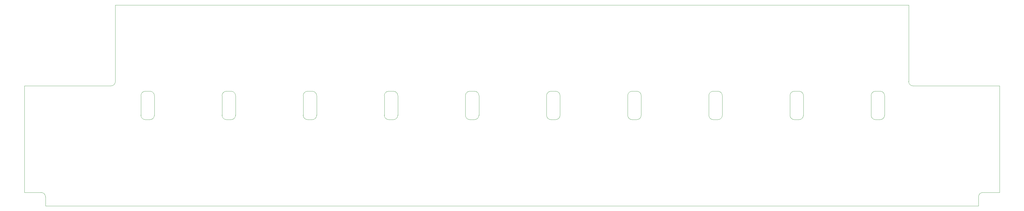
<source format=gbr>
%TF.GenerationSoftware,KiCad,Pcbnew,(5.1.9-0-10_14)*%
%TF.CreationDate,2022-08-31T22:56:09-04:00*%
%TF.ProjectId,47AhFoMoCo,34374168-466f-44d6-9f43-6f2e6b696361,rev?*%
%TF.SameCoordinates,Original*%
%TF.FileFunction,Profile,NP*%
%FSLAX46Y46*%
G04 Gerber Fmt 4.6, Leading zero omitted, Abs format (unit mm)*
G04 Created by KiCad (PCBNEW (5.1.9-0-10_14)) date 2022-08-31 22:56:09*
%MOMM*%
%LPD*%
G01*
G04 APERTURE LIST*
%TA.AperFunction,Profile*%
%ADD10C,0.050000*%
%TD*%
G04 APERTURE END LIST*
D10*
X349250000Y-137000000D02*
G75*
G02*
X350750000Y-135500000I1500000J0D01*
G01*
X350750000Y-135500000D02*
X356250000Y-135500000D01*
X349250000Y-140000000D02*
X349250000Y-137000000D01*
X37250000Y-135500000D02*
G75*
G02*
X38750000Y-137000000I0J-1500000D01*
G01*
X37250000Y-135500000D02*
X31750000Y-135500000D01*
X38750000Y-140000000D02*
X38750000Y-137000000D01*
X327500000Y-100000000D02*
G75*
G02*
X326000000Y-98500000I0J1500000D01*
G01*
X349250000Y-140000000D02*
X336000000Y-140000000D01*
X356250000Y-100000000D02*
X356250000Y-135500000D01*
X336000000Y-100000000D02*
X356250000Y-100000000D01*
X38750000Y-140000000D02*
X52000000Y-140000000D01*
X31750000Y-100000000D02*
X31750000Y-135500000D01*
X52000000Y-100000000D02*
X31750000Y-100000000D01*
X62000000Y-98500000D02*
G75*
G02*
X60500000Y-100000000I-1500000J0D01*
G01*
X75000000Y-109750000D02*
X75000000Y-103250000D01*
X75000000Y-109750000D02*
G75*
G02*
X73500000Y-111250000I-1500000J0D01*
G01*
X72000000Y-111250000D02*
X73500000Y-111250000D01*
X73500000Y-101750000D02*
G75*
G02*
X75000000Y-103250000I0J-1500000D01*
G01*
X70500000Y-103250000D02*
G75*
G02*
X72000000Y-101750000I1500000J0D01*
G01*
X72000000Y-111250000D02*
G75*
G02*
X70500000Y-109750000I0J1500000D01*
G01*
X73500000Y-101750000D02*
X72000000Y-101750000D01*
X70500000Y-103250000D02*
X70500000Y-109750000D01*
X102000000Y-109750000D02*
X102000000Y-103250000D01*
X102000000Y-109750000D02*
G75*
G02*
X100500000Y-111250000I-1500000J0D01*
G01*
X99000000Y-111250000D02*
X100500000Y-111250000D01*
X100500000Y-101750000D02*
G75*
G02*
X102000000Y-103250000I0J-1500000D01*
G01*
X97500000Y-103250000D02*
G75*
G02*
X99000000Y-101750000I1500000J0D01*
G01*
X99000000Y-111250000D02*
G75*
G02*
X97500000Y-109750000I0J1500000D01*
G01*
X100500000Y-101750000D02*
X99000000Y-101750000D01*
X97500000Y-103250000D02*
X97500000Y-109750000D01*
X129000000Y-109750000D02*
X129000000Y-103250000D01*
X129000000Y-109750000D02*
G75*
G02*
X127500000Y-111250000I-1500000J0D01*
G01*
X126000000Y-111250000D02*
X127500000Y-111250000D01*
X127500000Y-101750000D02*
G75*
G02*
X129000000Y-103250000I0J-1500000D01*
G01*
X124500000Y-103250000D02*
G75*
G02*
X126000000Y-101750000I1500000J0D01*
G01*
X126000000Y-111250000D02*
G75*
G02*
X124500000Y-109750000I0J1500000D01*
G01*
X127500000Y-101750000D02*
X126000000Y-101750000D01*
X124500000Y-103250000D02*
X124500000Y-109750000D01*
X156000000Y-109750000D02*
X156000000Y-103250000D01*
X156000000Y-109750000D02*
G75*
G02*
X154500000Y-111250000I-1500000J0D01*
G01*
X153000000Y-111250000D02*
X154500000Y-111250000D01*
X154500000Y-101750000D02*
G75*
G02*
X156000000Y-103250000I0J-1500000D01*
G01*
X151500000Y-103250000D02*
G75*
G02*
X153000000Y-101750000I1500000J0D01*
G01*
X153000000Y-111250000D02*
G75*
G02*
X151500000Y-109750000I0J1500000D01*
G01*
X154500000Y-101750000D02*
X153000000Y-101750000D01*
X151500000Y-103250000D02*
X151500000Y-109750000D01*
X183000000Y-109750000D02*
X183000000Y-103250000D01*
X183000000Y-109750000D02*
G75*
G02*
X181500000Y-111250000I-1500000J0D01*
G01*
X180000000Y-111250000D02*
X181500000Y-111250000D01*
X181500000Y-101750000D02*
G75*
G02*
X183000000Y-103250000I0J-1500000D01*
G01*
X178500000Y-103250000D02*
G75*
G02*
X180000000Y-101750000I1500000J0D01*
G01*
X180000000Y-111250000D02*
G75*
G02*
X178500000Y-109750000I0J1500000D01*
G01*
X181500000Y-101750000D02*
X180000000Y-101750000D01*
X178500000Y-103250000D02*
X178500000Y-109750000D01*
X210000000Y-109750000D02*
X210000000Y-103250000D01*
X210000000Y-109750000D02*
G75*
G02*
X208500000Y-111250000I-1500000J0D01*
G01*
X207000000Y-111250000D02*
X208500000Y-111250000D01*
X208500000Y-101750000D02*
G75*
G02*
X210000000Y-103250000I0J-1500000D01*
G01*
X205500000Y-103250000D02*
G75*
G02*
X207000000Y-101750000I1500000J0D01*
G01*
X207000000Y-111250000D02*
G75*
G02*
X205500000Y-109750000I0J1500000D01*
G01*
X208500000Y-101750000D02*
X207000000Y-101750000D01*
X205500000Y-103250000D02*
X205500000Y-109750000D01*
X237000000Y-109750000D02*
X237000000Y-103250000D01*
X237000000Y-109750000D02*
G75*
G02*
X235500000Y-111250000I-1500000J0D01*
G01*
X234000000Y-111250000D02*
X235500000Y-111250000D01*
X235500000Y-101750000D02*
G75*
G02*
X237000000Y-103250000I0J-1500000D01*
G01*
X232500000Y-103250000D02*
G75*
G02*
X234000000Y-101750000I1500000J0D01*
G01*
X234000000Y-111250000D02*
G75*
G02*
X232500000Y-109750000I0J1500000D01*
G01*
X235500000Y-101750000D02*
X234000000Y-101750000D01*
X232500000Y-103250000D02*
X232500000Y-109750000D01*
X264000000Y-109750000D02*
X264000000Y-103250000D01*
X264000000Y-109750000D02*
G75*
G02*
X262500000Y-111250000I-1500000J0D01*
G01*
X261000000Y-111250000D02*
X262500000Y-111250000D01*
X262500000Y-101750000D02*
G75*
G02*
X264000000Y-103250000I0J-1500000D01*
G01*
X259500000Y-103250000D02*
G75*
G02*
X261000000Y-101750000I1500000J0D01*
G01*
X261000000Y-111250000D02*
G75*
G02*
X259500000Y-109750000I0J1500000D01*
G01*
X262500000Y-101750000D02*
X261000000Y-101750000D01*
X259500000Y-103250000D02*
X259500000Y-109750000D01*
X291000000Y-109750000D02*
X291000000Y-103250000D01*
X291000000Y-109750000D02*
G75*
G02*
X289500000Y-111250000I-1500000J0D01*
G01*
X288000000Y-111250000D02*
X289500000Y-111250000D01*
X289500000Y-101750000D02*
G75*
G02*
X291000000Y-103250000I0J-1500000D01*
G01*
X286500000Y-103250000D02*
G75*
G02*
X288000000Y-101750000I1500000J0D01*
G01*
X288000000Y-111250000D02*
G75*
G02*
X286500000Y-109750000I0J1500000D01*
G01*
X289500000Y-101750000D02*
X288000000Y-101750000D01*
X286500000Y-103250000D02*
X286500000Y-109750000D01*
X318000000Y-109750000D02*
X318000000Y-103250000D01*
X318000000Y-109750000D02*
G75*
G02*
X316500000Y-111250000I-1500000J0D01*
G01*
X315000000Y-111250000D02*
X316500000Y-111250000D01*
X316500000Y-101750000D02*
G75*
G02*
X318000000Y-103250000I0J-1500000D01*
G01*
X313500000Y-103250000D02*
G75*
G02*
X315000000Y-101750000I1500000J0D01*
G01*
X315000000Y-111250000D02*
G75*
G02*
X313500000Y-109750000I0J1500000D01*
G01*
X316500000Y-101750000D02*
X315000000Y-101750000D01*
X313500000Y-103250000D02*
X313500000Y-109750000D01*
X60500000Y-100000000D02*
X52000000Y-100000000D01*
X62000000Y-73000000D02*
X62000000Y-98500000D01*
X326000000Y-73000000D02*
X62000000Y-73000000D01*
X326000000Y-98500000D02*
X326000000Y-73000000D01*
X336000000Y-100000000D02*
X327500000Y-100000000D01*
X52000000Y-140000000D02*
X336000000Y-140000000D01*
M02*

</source>
